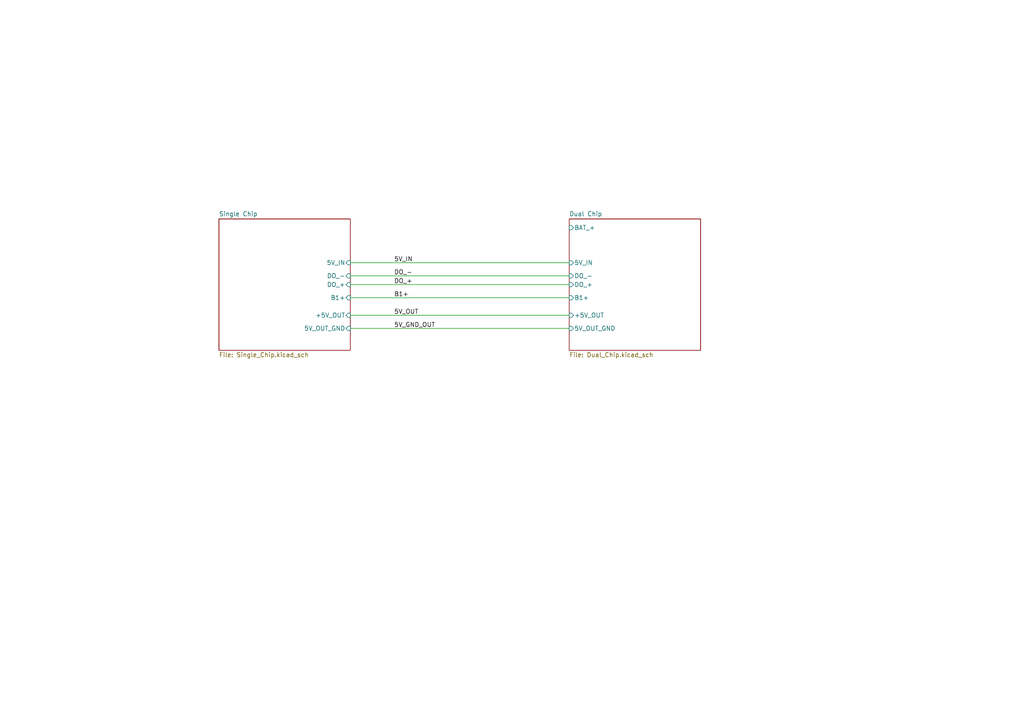
<source format=kicad_sch>
(kicad_sch
	(version 20250114)
	(generator "eeschema")
	(generator_version "9.0")
	(uuid "bccdecbf-59b1-477b-bbba-7d86ea4cc13a")
	(paper "A4")
	(lib_symbols)
	(wire
		(pts
			(xy 101.6 95.25) (xy 165.1 95.25)
		)
		(stroke
			(width 0)
			(type default)
		)
		(uuid "0ee5cedd-c107-4922-bcab-8769d38bb83b")
	)
	(wire
		(pts
			(xy 101.6 86.36) (xy 165.1 86.36)
		)
		(stroke
			(width 0)
			(type default)
		)
		(uuid "4589e189-394a-493c-b0d4-26eb7dbe55e4")
	)
	(wire
		(pts
			(xy 101.6 82.55) (xy 165.1 82.55)
		)
		(stroke
			(width 0)
			(type default)
		)
		(uuid "91b7b7b1-4eba-4813-ae86-35956a03f824")
	)
	(wire
		(pts
			(xy 101.6 80.01) (xy 165.1 80.01)
		)
		(stroke
			(width 0)
			(type default)
		)
		(uuid "abd711e2-2f7d-4fbb-a6e1-d8394a99ed05")
	)
	(wire
		(pts
			(xy 101.6 91.44) (xy 165.1 91.44)
		)
		(stroke
			(width 0)
			(type default)
		)
		(uuid "c4278bea-9c73-4bef-abf3-66c967205064")
	)
	(wire
		(pts
			(xy 101.6 76.2) (xy 165.1 76.2)
		)
		(stroke
			(width 0)
			(type default)
		)
		(uuid "c7f8443f-38aa-4bab-ae8a-5fd993c78e3b")
	)
	(label "B1+"
		(at 114.3 86.36 0)
		(effects
			(font
				(size 1.27 1.27)
			)
			(justify left bottom)
		)
		(uuid "08a95b4d-ebff-4a06-bae5-994f0e34047c")
	)
	(label "5V_GND_OUT"
		(at 114.3 95.25 0)
		(effects
			(font
				(size 1.27 1.27)
			)
			(justify left bottom)
		)
		(uuid "38e6944b-5681-42e4-ad5b-2a7a56641a5d")
	)
	(label "5V_IN"
		(at 114.3 76.2 0)
		(effects
			(font
				(size 1.27 1.27)
			)
			(justify left bottom)
		)
		(uuid "6271bffd-b659-4d05-9389-d02c848ad151")
	)
	(label "5V_OUT"
		(at 114.3 91.44 0)
		(effects
			(font
				(size 1.27 1.27)
			)
			(justify left bottom)
		)
		(uuid "68063189-bb94-42c7-ad31-3e8bfa72d4aa")
	)
	(label "DO_+"
		(at 114.3 82.55 0)
		(effects
			(font
				(size 1.27 1.27)
			)
			(justify left bottom)
		)
		(uuid "745205f5-9a65-4016-b080-e4c450e3f9a1")
	)
	(label "DO_-"
		(at 114.3 80.01 0)
		(effects
			(font
				(size 1.27 1.27)
			)
			(justify left bottom)
		)
		(uuid "c70fab06-3922-4e7f-a9d7-08c6e5569e59")
	)
	(sheet
		(at 63.5 63.5)
		(size 38.1 38.1)
		(exclude_from_sim no)
		(in_bom yes)
		(on_board yes)
		(dnp no)
		(fields_autoplaced yes)
		(stroke
			(width 0.1524)
			(type solid)
		)
		(fill
			(color 0 0 0 0.0000)
		)
		(uuid "01d46409-ae80-472b-848d-33675194df02")
		(property "Sheetname" "Single Chip"
			(at 63.5 62.7884 0)
			(effects
				(font
					(size 1.27 1.27)
				)
				(justify left bottom)
			)
		)
		(property "Sheetfile" "Single_Chip.kicad_sch"
			(at 63.5 102.1846 0)
			(effects
				(font
					(size 1.27 1.27)
				)
				(justify left top)
			)
		)
		(pin "+5V_OUT" input
			(at 101.6 91.44 0)
			(uuid "3d5ed43c-c11e-4f32-9e56-83123b044b12")
			(effects
				(font
					(size 1.27 1.27)
				)
				(justify right)
			)
		)
		(pin "5V_OUT_GND" input
			(at 101.6 95.25 0)
			(uuid "60705fbb-397f-428b-a2a7-9ab108844344")
			(effects
				(font
					(size 1.27 1.27)
				)
				(justify right)
			)
		)
		(pin "B1+" input
			(at 101.6 86.36 0)
			(uuid "2f9e7460-7ab1-493f-aa79-7385be40b95c")
			(effects
				(font
					(size 1.27 1.27)
				)
				(justify right)
			)
		)
		(pin "DO_+" input
			(at 101.6 82.55 0)
			(uuid "89a75e6a-6ab4-4fc5-8cef-1fd093680ff9")
			(effects
				(font
					(size 1.27 1.27)
				)
				(justify right)
			)
		)
		(pin "DO_-" input
			(at 101.6 80.01 0)
			(uuid "f4c38728-8d71-4edb-acc4-ad3241b923bf")
			(effects
				(font
					(size 1.27 1.27)
				)
				(justify right)
			)
		)
		(pin "5V_IN" input
			(at 101.6 76.2 0)
			(uuid "863d7180-aab8-4525-acd4-2ce9d9e15e2e")
			(effects
				(font
					(size 1.27 1.27)
				)
				(justify right)
			)
		)
		(instances
			(project "Diy_PowerBank_2IC"
				(path "/bccdecbf-59b1-477b-bbba-7d86ea4cc13a"
					(page "3")
				)
			)
		)
	)
	(sheet
		(at 165.1 63.5)
		(size 38.1 38.1)
		(exclude_from_sim no)
		(in_bom yes)
		(on_board yes)
		(dnp no)
		(fields_autoplaced yes)
		(stroke
			(width 0.1524)
			(type solid)
		)
		(fill
			(color 0 0 0 0.0000)
		)
		(uuid "5881ede2-56eb-4bd3-a12b-47beca5e1d5b")
		(property "Sheetname" "Dual Chip"
			(at 165.1 62.7884 0)
			(effects
				(font
					(size 1.27 1.27)
				)
				(justify left bottom)
			)
		)
		(property "Sheetfile" "Dual_Chip.kicad_sch"
			(at 165.1 102.1846 0)
			(effects
				(font
					(size 1.27 1.27)
				)
				(justify left top)
			)
		)
		(pin "+5V_OUT" input
			(at 165.1 91.44 180)
			(uuid "fed95b3c-ca82-4014-a845-2d72fc848e1a")
			(effects
				(font
					(size 1.27 1.27)
				)
				(justify left)
			)
		)
		(pin "5V_IN" input
			(at 165.1 76.2 180)
			(uuid "6aa15ad3-5b90-4a72-a087-02e0b919de13")
			(effects
				(font
					(size 1.27 1.27)
				)
				(justify left)
			)
		)
		(pin "B1+" input
			(at 165.1 86.36 180)
			(uuid "f465242f-a98b-480a-a8d5-124dd285862c")
			(effects
				(font
					(size 1.27 1.27)
				)
				(justify left)
			)
		)
		(pin "BAT_+" input
			(at 165.1 66.04 180)
			(uuid "a7a42c09-b6ca-46cc-8a7e-8dc5aa542164")
			(effects
				(font
					(size 1.27 1.27)
				)
				(justify left)
			)
		)
		(pin "5V_OUT_GND" input
			(at 165.1 95.25 180)
			(uuid "1f4923f3-8aac-45a7-8c57-053f3ef5c76f")
			(effects
				(font
					(size 1.27 1.27)
				)
				(justify left)
			)
		)
		(pin "DO_+" input
			(at 165.1 82.55 180)
			(uuid "06be3e1b-f839-473c-9fa2-404fad7aa706")
			(effects
				(font
					(size 1.27 1.27)
				)
				(justify left)
			)
		)
		(pin "DO_-" input
			(at 165.1 80.01 180)
			(uuid "7f11f5cd-ebb7-479c-8a27-df082445bd54")
			(effects
				(font
					(size 1.27 1.27)
				)
				(justify left)
			)
		)
		(instances
			(project "Diy_PowerBank_2IC"
				(path "/bccdecbf-59b1-477b-bbba-7d86ea4cc13a"
					(page "2")
				)
			)
		)
	)
	(sheet_instances
		(path "/"
			(page "1")
		)
	)
	(embedded_fonts no)
)

</source>
